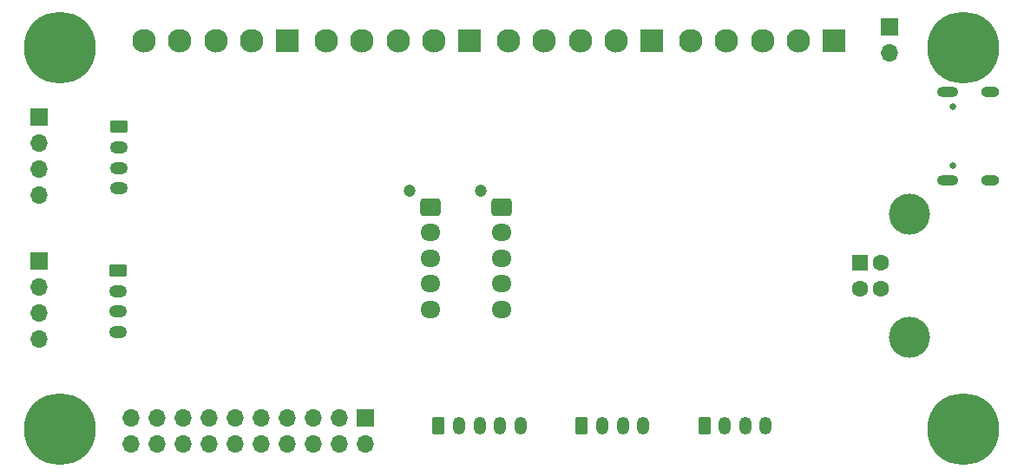
<source format=gbr>
%TF.GenerationSoftware,KiCad,Pcbnew,(6.0.4-0)*%
%TF.CreationDate,2023-01-11T12:36:20-07:00*%
%TF.ProjectId,ReflexFightingBoard,5265666c-6578-4466-9967-6874696e6742,rev?*%
%TF.SameCoordinates,Original*%
%TF.FileFunction,Soldermask,Bot*%
%TF.FilePolarity,Negative*%
%FSLAX46Y46*%
G04 Gerber Fmt 4.6, Leading zero omitted, Abs format (unit mm)*
G04 Created by KiCad (PCBNEW (6.0.4-0)) date 2023-01-11 12:36:20*
%MOMM*%
%LPD*%
G01*
G04 APERTURE LIST*
G04 Aperture macros list*
%AMRoundRect*
0 Rectangle with rounded corners*
0 $1 Rounding radius*
0 $2 $3 $4 $5 $6 $7 $8 $9 X,Y pos of 4 corners*
0 Add a 4 corners polygon primitive as box body*
4,1,4,$2,$3,$4,$5,$6,$7,$8,$9,$2,$3,0*
0 Add four circle primitives for the rounded corners*
1,1,$1+$1,$2,$3*
1,1,$1+$1,$4,$5*
1,1,$1+$1,$6,$7*
1,1,$1+$1,$8,$9*
0 Add four rect primitives between the rounded corners*
20,1,$1+$1,$2,$3,$4,$5,0*
20,1,$1+$1,$4,$5,$6,$7,0*
20,1,$1+$1,$6,$7,$8,$9,0*
20,1,$1+$1,$8,$9,$2,$3,0*%
G04 Aperture macros list end*
%ADD10R,1.700000X1.700000*%
%ADD11O,1.700000X1.700000*%
%ADD12RoundRect,0.249999X-0.625001X0.350001X-0.625001X-0.350001X0.625001X-0.350001X0.625001X0.350001X0*%
%ADD13O,1.750000X1.200000*%
%ADD14RoundRect,0.249999X-0.350001X-0.625001X0.350001X-0.625001X0.350001X0.625001X-0.350001X0.625001X0*%
%ADD15O,1.200000X1.750000*%
%ADD16R,2.300000X2.300000*%
%ADD17C,2.300000*%
%ADD18C,7.000000*%
%ADD19R,1.600000X1.600000*%
%ADD20C,1.600000*%
%ADD21C,4.000000*%
%ADD22C,1.200000*%
%ADD23RoundRect,0.250000X-0.725000X0.600000X-0.725000X-0.600000X0.725000X-0.600000X0.725000X0.600000X0*%
%ADD24O,1.950000X1.700000*%
%ADD25C,0.650000*%
%ADD26O,2.100000X1.000000*%
%ADD27O,1.800000X1.000000*%
G04 APERTURE END LIST*
D10*
%TO.C,J2*%
X137160000Y-119380000D03*
D11*
X137160000Y-121920000D03*
X134620000Y-119380000D03*
X134620000Y-121920000D03*
X132080000Y-119380000D03*
X132080000Y-121920000D03*
X129540000Y-119380000D03*
X129540000Y-121920000D03*
X127000000Y-119380000D03*
X127000000Y-121920000D03*
X124460000Y-119380000D03*
X124460000Y-121920000D03*
X121920000Y-119380000D03*
X121920000Y-121920000D03*
X119380000Y-119380000D03*
X119380000Y-121920000D03*
X116840000Y-119380000D03*
X116840000Y-121920000D03*
X114300000Y-119380000D03*
X114300000Y-121920000D03*
%TD*%
D12*
%TO.C,J1*%
X113100000Y-90982800D03*
D13*
X113100000Y-92982800D03*
X113100000Y-94982800D03*
X113100000Y-96982800D03*
%TD*%
D14*
%TO.C,J3*%
X144284835Y-120129571D03*
D15*
X146284835Y-120129571D03*
X148284835Y-120129571D03*
X150284835Y-120129571D03*
X152284835Y-120129571D03*
%TD*%
D14*
%TO.C,J4*%
X158248430Y-120142000D03*
D15*
X160248430Y-120142000D03*
X162248430Y-120142000D03*
X164248430Y-120142000D03*
%TD*%
D16*
%TO.C,J5*%
X129540000Y-82550000D03*
D17*
X126040000Y-82550000D03*
X122540000Y-82550000D03*
X119040000Y-82550000D03*
X115540000Y-82550000D03*
%TD*%
D16*
%TO.C,J6*%
X147320000Y-82550000D03*
D17*
X143820000Y-82550000D03*
X140320000Y-82550000D03*
X136820000Y-82550000D03*
X133320000Y-82550000D03*
%TD*%
D16*
%TO.C,J7*%
X165100000Y-82550000D03*
D17*
X161600000Y-82550000D03*
X158100000Y-82550000D03*
X154600000Y-82550000D03*
X151100000Y-82550000D03*
%TD*%
D16*
%TO.C,J8*%
X182880000Y-82550000D03*
D17*
X179380000Y-82550000D03*
X175880000Y-82550000D03*
X172380000Y-82550000D03*
X168880000Y-82550000D03*
%TD*%
D14*
%TO.C,J11*%
X170212000Y-120142000D03*
D15*
X172212000Y-120142000D03*
X174212000Y-120142000D03*
X176212000Y-120142000D03*
%TD*%
D12*
%TO.C,J12*%
X113000000Y-105000000D03*
D13*
X113000000Y-107000000D03*
X113000000Y-109000000D03*
X113000000Y-111000000D03*
%TD*%
D18*
%TO.C,H1*%
X107378000Y-83200000D03*
%TD*%
%TO.C,H3*%
X107378000Y-120460000D03*
%TD*%
%TO.C,H4*%
X195517000Y-120460000D03*
%TD*%
%TO.C,H2*%
X195517000Y-83248000D03*
%TD*%
D10*
%TO.C,J14*%
X188300000Y-81240000D03*
D11*
X188300000Y-83780000D03*
%TD*%
D19*
%TO.C,J16*%
X185400000Y-104250000D03*
D20*
X185400000Y-106750000D03*
X187400000Y-106750000D03*
X187400000Y-104250000D03*
D21*
X190260000Y-111500000D03*
X190260000Y-99500000D03*
%TD*%
D10*
%TO.C,J19*%
X105300000Y-90000000D03*
D11*
X105300000Y-92540000D03*
X105300000Y-95080000D03*
X105300000Y-97620000D03*
%TD*%
D10*
%TO.C,J10*%
X105300000Y-104100000D03*
D11*
X105300000Y-106640000D03*
X105300000Y-109180000D03*
X105300000Y-111720000D03*
%TD*%
D22*
%TO.C,J18*%
X148400000Y-97200000D03*
D23*
X150400000Y-98800000D03*
D24*
X150400000Y-101300000D03*
X150400000Y-103800000D03*
X150400000Y-106300000D03*
X150400000Y-108800000D03*
%TD*%
D22*
%TO.C,J17*%
X141500000Y-97200000D03*
D23*
X143500000Y-98800000D03*
D24*
X143500000Y-101300000D03*
X143500000Y-103800000D03*
X143500000Y-106300000D03*
X143500000Y-108800000D03*
%TD*%
D25*
%TO.C,J15*%
X194443337Y-94764000D03*
X194493337Y-88984000D03*
D26*
X193943337Y-87554000D03*
X193943337Y-96194000D03*
D27*
X198093337Y-96194000D03*
X198093337Y-87554000D03*
%TD*%
M02*

</source>
